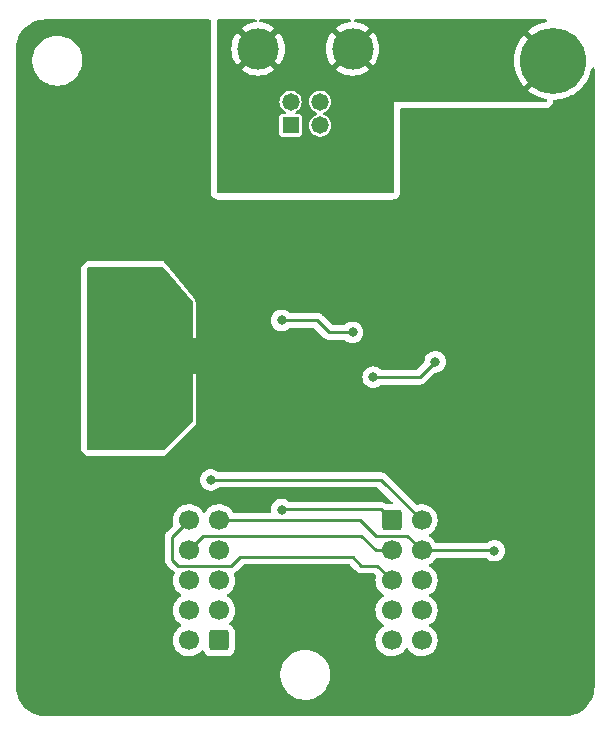
<source format=gbr>
%TF.GenerationSoftware,KiCad,Pcbnew,(6.0.7-1)-1*%
%TF.CreationDate,2022-12-04T14:42:11+01:00*%
%TF.ProjectId,pork-chop-control,706f726b-2d63-4686-9f70-2d636f6e7472,rev?*%
%TF.SameCoordinates,Original*%
%TF.FileFunction,Copper,L2,Bot*%
%TF.FilePolarity,Positive*%
%FSLAX46Y46*%
G04 Gerber Fmt 4.6, Leading zero omitted, Abs format (unit mm)*
G04 Created by KiCad (PCBNEW (6.0.7-1)-1) date 2022-12-04 14:42:11*
%MOMM*%
%LPD*%
G01*
G04 APERTURE LIST*
G04 Aperture macros list*
%AMRoundRect*
0 Rectangle with rounded corners*
0 $1 Rounding radius*
0 $2 $3 $4 $5 $6 $7 $8 $9 X,Y pos of 4 corners*
0 Add a 4 corners polygon primitive as box body*
4,1,4,$2,$3,$4,$5,$6,$7,$8,$9,$2,$3,0*
0 Add four circle primitives for the rounded corners*
1,1,$1+$1,$2,$3*
1,1,$1+$1,$4,$5*
1,1,$1+$1,$6,$7*
1,1,$1+$1,$8,$9*
0 Add four rect primitives between the rounded corners*
20,1,$1+$1,$2,$3,$4,$5,0*
20,1,$1+$1,$4,$5,$6,$7,0*
20,1,$1+$1,$6,$7,$8,$9,0*
20,1,$1+$1,$8,$9,$2,$3,0*%
G04 Aperture macros list end*
%TA.AperFunction,ComponentPad*%
%ADD10C,3.500000*%
%TD*%
%TA.AperFunction,ComponentPad*%
%ADD11C,1.478000*%
%TD*%
%TA.AperFunction,ComponentPad*%
%ADD12R,1.478000X1.478000*%
%TD*%
%TA.AperFunction,ComponentPad*%
%ADD13RoundRect,0.250000X0.600000X0.600000X-0.600000X0.600000X-0.600000X-0.600000X0.600000X-0.600000X0*%
%TD*%
%TA.AperFunction,ComponentPad*%
%ADD14C,1.700000*%
%TD*%
%TA.AperFunction,ComponentPad*%
%ADD15RoundRect,0.250000X-0.600000X-0.600000X0.600000X-0.600000X0.600000X0.600000X-0.600000X0.600000X0*%
%TD*%
%TA.AperFunction,ComponentPad*%
%ADD16C,5.600000*%
%TD*%
%TA.AperFunction,ViaPad*%
%ADD17C,0.800000*%
%TD*%
%TA.AperFunction,Conductor*%
%ADD18C,0.250000*%
%TD*%
G04 APERTURE END LIST*
D10*
%TO.P,J1,5,Shield*%
%TO.N,GNDPWR*%
X121000000Y-63000000D03*
X129000000Y-63000000D03*
D11*
%TO.P,J1,4,GND*%
%TO.N,Net-(C8-Pad2)*%
X123750000Y-67490000D03*
%TO.P,J1,3,D+*%
%TO.N,/D+*%
X126250000Y-67490000D03*
%TO.P,J1,2,D-*%
%TO.N,/D-*%
X126250000Y-69490000D03*
D12*
%TO.P,J1,1,VBUS*%
%TO.N,Net-(FB2-Pad2)*%
X123750000Y-69490000D03*
%TD*%
D13*
%TO.P,J2,1,Pin_1*%
%TO.N,C0*%
X117697500Y-113080000D03*
D14*
%TO.P,J2,2,Pin_2*%
%TO.N,C1*%
X115157500Y-113080000D03*
%TO.P,J2,3,Pin_3*%
%TO.N,C2*%
X117697500Y-110540000D03*
%TO.P,J2,4,Pin_4*%
%TO.N,C3*%
X115157500Y-110540000D03*
%TO.P,J2,5,Pin_5*%
%TO.N,C4*%
X117697500Y-108000000D03*
%TO.P,J2,6,Pin_6*%
%TO.N,R0*%
X115157500Y-108000000D03*
%TO.P,J2,7,Pin_7*%
%TO.N,R1*%
X117697500Y-105460000D03*
%TO.P,J2,8,Pin_8*%
%TO.N,R2*%
X115157500Y-105460000D03*
%TO.P,J2,9,Pin_9*%
%TO.N,R3*%
X117697500Y-102920000D03*
%TO.P,J2,10,Pin_10*%
%TO.N,R4*%
X115157500Y-102920000D03*
%TD*%
D15*
%TO.P,J3,1,Pin_1*%
%TO.N,R0*%
X132302500Y-102920000D03*
D14*
%TO.P,J3,2,Pin_2*%
%TO.N,R1*%
X134842500Y-102920000D03*
%TO.P,J3,3,Pin_3*%
%TO.N,R2*%
X132302500Y-105460000D03*
%TO.P,J3,4,Pin_4*%
%TO.N,R3*%
X134842500Y-105460000D03*
%TO.P,J3,5,Pin_5*%
%TO.N,R4*%
X132302500Y-108000000D03*
%TO.P,J3,6,Pin_6*%
%TO.N,C5*%
X134842500Y-108000000D03*
%TO.P,J3,7,Pin_7*%
%TO.N,C6*%
X132302500Y-110540000D03*
%TO.P,J3,8,Pin_8*%
%TO.N,C7*%
X134842500Y-110540000D03*
%TO.P,J3,9,Pin_9*%
%TO.N,C8*%
X132302500Y-113080000D03*
%TO.P,J3,10,Pin_10*%
%TO.N,C9*%
X134842500Y-113080000D03*
%TD*%
D16*
%TO.P,H1,1,1*%
%TO.N,GNDPWR*%
X146000000Y-64000000D03*
%TD*%
D17*
%TO.N,GND*%
X127000000Y-84500000D03*
X115000000Y-72500000D03*
X116000000Y-72500000D03*
X122500000Y-91000000D03*
X128500000Y-107250000D03*
X113000000Y-72500000D03*
X112000000Y-86000000D03*
X121000000Y-98000000D03*
X123500000Y-100500000D03*
X118000000Y-98000000D03*
X114000000Y-72500000D03*
X112000000Y-92000000D03*
X135000000Y-87000000D03*
X133500000Y-99000000D03*
%TO.N,+5V*%
X123000000Y-86000000D03*
X129000000Y-87000000D03*
%TO.N,R0*%
X123012299Y-102012299D03*
%TO.N,R1*%
X117000000Y-99500000D03*
%TO.N,R3*%
X141000000Y-105500000D03*
%TO.N,C8*%
X130750000Y-90800000D03*
X136000000Y-89500000D03*
%TD*%
D18*
%TO.N,+5V*%
X123000000Y-86000000D02*
X126000000Y-86000000D01*
X126000000Y-86000000D02*
X127000000Y-87000000D01*
X127000000Y-87000000D02*
X129000000Y-87000000D01*
%TO.N,R0*%
X123024598Y-102000000D02*
X123012299Y-102012299D01*
X131382500Y-102000000D02*
X123024598Y-102000000D01*
X132302500Y-102920000D02*
X131382500Y-102000000D01*
%TO.N,R1*%
X134842500Y-102920000D02*
X131422500Y-99500000D01*
X131422500Y-99500000D02*
X117000000Y-99500000D01*
%TO.N,R2*%
X130960000Y-105460000D02*
X129750000Y-104250000D01*
X132302500Y-105460000D02*
X130960000Y-105460000D01*
X129750000Y-104250000D02*
X116367500Y-104250000D01*
X116367500Y-104250000D02*
X115157500Y-105460000D01*
%TO.N,R3*%
X117697500Y-102920000D02*
X129670000Y-102920000D01*
X140960000Y-105460000D02*
X141000000Y-105500000D01*
X129670000Y-102920000D02*
X131000000Y-104250000D01*
X131000000Y-104250000D02*
X133632500Y-104250000D01*
X134842500Y-105460000D02*
X140960000Y-105460000D01*
X133632500Y-104250000D02*
X134842500Y-105460000D01*
%TO.N,R4*%
X131052500Y-106750000D02*
X132302500Y-108000000D01*
X114250000Y-106750000D02*
X118750000Y-106750000D01*
X113750000Y-104327500D02*
X113750000Y-106250000D01*
X129000000Y-106000000D02*
X129750000Y-106750000D01*
X115157500Y-102920000D02*
X113750000Y-104327500D01*
X119500000Y-106000000D02*
X129000000Y-106000000D01*
X129750000Y-106750000D02*
X131052500Y-106750000D01*
X118750000Y-106750000D02*
X119500000Y-106000000D01*
X113750000Y-106250000D02*
X114250000Y-106750000D01*
%TO.N,C8*%
X136000000Y-89500000D02*
X134700000Y-90800000D01*
X134700000Y-90800000D02*
X130750000Y-90800000D01*
%TD*%
%TA.AperFunction,Conductor*%
%TO.N,GNDPWR*%
G36*
X120837509Y-60520002D02*
G01*
X120884002Y-60573658D01*
X120894106Y-60643932D01*
X120864612Y-60708512D01*
X120804886Y-60746896D01*
X120777629Y-60751730D01*
X120708751Y-60756244D01*
X120700600Y-60757317D01*
X120418383Y-60813454D01*
X120410420Y-60815588D01*
X120137953Y-60908078D01*
X120130349Y-60911228D01*
X119872282Y-61038492D01*
X119865145Y-61042613D01*
X119625901Y-61202470D01*
X119619361Y-61207488D01*
X119604926Y-61220147D01*
X119596528Y-61233386D01*
X119602362Y-61243151D01*
X120987190Y-62627980D01*
X121001131Y-62635592D01*
X121002966Y-62635461D01*
X121009580Y-62631210D01*
X122395884Y-61244905D01*
X122403399Y-61231144D01*
X122396941Y-61221784D01*
X122380639Y-61207488D01*
X122374099Y-61202470D01*
X122134856Y-61042613D01*
X122127719Y-61038492D01*
X121869651Y-60911228D01*
X121862047Y-60908078D01*
X121589580Y-60815588D01*
X121581617Y-60813454D01*
X121299400Y-60757317D01*
X121291249Y-60756244D01*
X121222371Y-60751730D01*
X121155705Y-60727316D01*
X121112820Y-60670734D01*
X121107334Y-60599950D01*
X121140988Y-60537436D01*
X121203097Y-60503041D01*
X121230612Y-60500000D01*
X128769388Y-60500000D01*
X128837509Y-60520002D01*
X128884002Y-60573658D01*
X128894106Y-60643932D01*
X128864612Y-60708512D01*
X128804886Y-60746896D01*
X128777629Y-60751730D01*
X128708751Y-60756244D01*
X128700600Y-60757317D01*
X128418383Y-60813454D01*
X128410420Y-60815588D01*
X128137953Y-60908078D01*
X128130349Y-60911228D01*
X127872282Y-61038492D01*
X127865145Y-61042613D01*
X127625901Y-61202470D01*
X127619361Y-61207488D01*
X127604926Y-61220147D01*
X127596528Y-61233386D01*
X127602362Y-61243151D01*
X128987190Y-62627980D01*
X129001131Y-62635592D01*
X129002966Y-62635461D01*
X129009580Y-62631210D01*
X130395884Y-61244905D01*
X130403399Y-61231144D01*
X130396941Y-61221784D01*
X130380639Y-61207488D01*
X130374099Y-61202470D01*
X130134856Y-61042613D01*
X130127719Y-61038492D01*
X129869651Y-60911228D01*
X129862047Y-60908078D01*
X129589580Y-60815588D01*
X129581617Y-60813454D01*
X129299400Y-60757317D01*
X129291249Y-60756244D01*
X129222371Y-60751730D01*
X129155705Y-60727316D01*
X129112820Y-60670734D01*
X129107334Y-60599950D01*
X129140988Y-60537436D01*
X129203097Y-60503041D01*
X129230612Y-60500000D01*
X132500000Y-60500000D01*
X132500000Y-75124000D01*
X132479998Y-75192121D01*
X132426342Y-75238614D01*
X132374000Y-75250000D01*
X117626000Y-75250000D01*
X117557879Y-75229998D01*
X117511386Y-75176342D01*
X117500000Y-75124000D01*
X117500000Y-67490000D01*
X122805325Y-67490000D01*
X122825968Y-67686409D01*
X122886996Y-67874234D01*
X122985742Y-68045266D01*
X123117889Y-68192030D01*
X123277662Y-68308113D01*
X123283694Y-68310798D01*
X123289414Y-68314101D01*
X123288315Y-68316004D01*
X123334633Y-68355372D01*
X123355283Y-68423299D01*
X123335931Y-68491608D01*
X123282721Y-68538610D01*
X123229289Y-68550500D01*
X122991252Y-68550500D01*
X122985184Y-68551707D01*
X122944939Y-68559712D01*
X122944938Y-68559712D01*
X122932769Y-68562133D01*
X122866448Y-68606448D01*
X122822133Y-68672769D01*
X122810500Y-68731252D01*
X122810500Y-70248748D01*
X122822133Y-70307231D01*
X122866448Y-70373552D01*
X122932769Y-70417867D01*
X122944938Y-70420288D01*
X122944939Y-70420288D01*
X122984354Y-70428128D01*
X122991252Y-70429500D01*
X124508748Y-70429500D01*
X124515646Y-70428128D01*
X124555061Y-70420288D01*
X124555062Y-70420288D01*
X124567231Y-70417867D01*
X124633552Y-70373552D01*
X124677867Y-70307231D01*
X124689500Y-70248748D01*
X124689500Y-69490000D01*
X125305325Y-69490000D01*
X125325968Y-69686409D01*
X125386996Y-69874234D01*
X125485742Y-70045266D01*
X125617889Y-70192030D01*
X125687438Y-70242561D01*
X125759698Y-70295061D01*
X125777662Y-70308113D01*
X125783691Y-70310797D01*
X125783694Y-70310799D01*
X125952043Y-70385752D01*
X125952046Y-70385753D01*
X125958079Y-70388439D01*
X126000666Y-70397491D01*
X126144798Y-70428128D01*
X126144802Y-70428128D01*
X126151255Y-70429500D01*
X126348745Y-70429500D01*
X126355198Y-70428128D01*
X126355202Y-70428128D01*
X126499334Y-70397491D01*
X126541921Y-70388439D01*
X126547954Y-70385753D01*
X126547957Y-70385752D01*
X126716306Y-70310799D01*
X126716309Y-70310797D01*
X126722338Y-70308113D01*
X126740303Y-70295061D01*
X126812562Y-70242561D01*
X126882111Y-70192030D01*
X127014258Y-70045266D01*
X127113004Y-69874234D01*
X127174032Y-69686409D01*
X127194675Y-69490000D01*
X127174032Y-69293591D01*
X127113004Y-69105766D01*
X127014258Y-68934734D01*
X126882111Y-68787970D01*
X126781133Y-68714604D01*
X126727680Y-68675768D01*
X126727678Y-68675767D01*
X126722338Y-68671887D01*
X126716309Y-68669203D01*
X126716306Y-68669201D01*
X126572346Y-68605107D01*
X126518250Y-68559127D01*
X126497600Y-68491200D01*
X126516952Y-68422892D01*
X126572346Y-68374893D01*
X126716306Y-68310799D01*
X126716309Y-68310797D01*
X126722338Y-68308113D01*
X126882111Y-68192030D01*
X127014258Y-68045266D01*
X127113004Y-67874234D01*
X127174032Y-67686409D01*
X127194675Y-67490000D01*
X127174032Y-67293591D01*
X127113004Y-67105766D01*
X127014258Y-66934734D01*
X126882111Y-66787970D01*
X126722338Y-66671887D01*
X126716309Y-66669203D01*
X126716306Y-66669201D01*
X126547957Y-66594248D01*
X126547954Y-66594247D01*
X126541921Y-66591561D01*
X126499334Y-66582509D01*
X126355202Y-66551872D01*
X126355198Y-66551872D01*
X126348745Y-66550500D01*
X126151255Y-66550500D01*
X126144802Y-66551872D01*
X126144798Y-66551872D01*
X126054667Y-66571030D01*
X125958079Y-66591561D01*
X125952049Y-66594246D01*
X125952048Y-66594246D01*
X125783693Y-66669202D01*
X125783691Y-66669203D01*
X125777663Y-66671887D01*
X125617889Y-66787970D01*
X125485742Y-66934734D01*
X125386996Y-67105766D01*
X125325968Y-67293591D01*
X125305325Y-67490000D01*
X125325968Y-67686409D01*
X125386996Y-67874234D01*
X125485742Y-68045266D01*
X125617889Y-68192030D01*
X125777662Y-68308113D01*
X125883809Y-68355372D01*
X125927654Y-68374893D01*
X125981750Y-68420873D01*
X126002399Y-68488800D01*
X125983047Y-68557108D01*
X125927654Y-68605107D01*
X125783693Y-68669202D01*
X125783691Y-68669203D01*
X125777663Y-68671887D01*
X125772322Y-68675767D01*
X125772321Y-68675768D01*
X125720614Y-68713335D01*
X125617889Y-68787970D01*
X125485742Y-68934734D01*
X125386996Y-69105766D01*
X125325968Y-69293591D01*
X125305325Y-69490000D01*
X124689500Y-69490000D01*
X124689500Y-68731252D01*
X124677867Y-68672769D01*
X124633552Y-68606448D01*
X124567231Y-68562133D01*
X124555062Y-68559712D01*
X124555061Y-68559712D01*
X124514816Y-68551707D01*
X124508748Y-68550500D01*
X124270711Y-68550500D01*
X124202590Y-68530498D01*
X124156097Y-68476842D01*
X124145993Y-68406568D01*
X124175487Y-68341988D01*
X124211343Y-68315412D01*
X124210586Y-68314101D01*
X124216306Y-68310798D01*
X124222338Y-68308113D01*
X124382111Y-68192030D01*
X124514258Y-68045266D01*
X124613004Y-67874234D01*
X124674032Y-67686409D01*
X124694675Y-67490000D01*
X124674032Y-67293591D01*
X124613004Y-67105766D01*
X124514258Y-66934734D01*
X124382111Y-66787970D01*
X124222338Y-66671887D01*
X124216309Y-66669203D01*
X124216306Y-66669201D01*
X124047957Y-66594248D01*
X124047954Y-66594247D01*
X124041921Y-66591561D01*
X123999334Y-66582509D01*
X123855202Y-66551872D01*
X123855198Y-66551872D01*
X123848745Y-66550500D01*
X123651255Y-66550500D01*
X123644802Y-66551872D01*
X123644798Y-66551872D01*
X123554667Y-66571030D01*
X123458079Y-66591561D01*
X123452049Y-66594246D01*
X123452048Y-66594246D01*
X123283693Y-66669202D01*
X123283691Y-66669203D01*
X123277663Y-66671887D01*
X123117889Y-66787970D01*
X122985742Y-66934734D01*
X122886996Y-67105766D01*
X122825968Y-67293591D01*
X122805325Y-67490000D01*
X117500000Y-67490000D01*
X117500000Y-64768856D01*
X119596601Y-64768856D01*
X119603059Y-64778216D01*
X119619361Y-64792512D01*
X119625901Y-64797530D01*
X119865144Y-64957387D01*
X119872281Y-64961508D01*
X120130349Y-65088772D01*
X120137953Y-65091922D01*
X120410420Y-65184412D01*
X120418383Y-65186546D01*
X120700600Y-65242683D01*
X120708751Y-65243756D01*
X120995881Y-65262575D01*
X121004119Y-65262575D01*
X121291249Y-65243756D01*
X121299400Y-65242683D01*
X121581617Y-65186546D01*
X121589580Y-65184412D01*
X121862047Y-65091922D01*
X121869651Y-65088772D01*
X122127719Y-64961508D01*
X122134856Y-64957387D01*
X122374099Y-64797530D01*
X122380639Y-64792512D01*
X122395074Y-64779853D01*
X122402050Y-64768856D01*
X127596601Y-64768856D01*
X127603059Y-64778216D01*
X127619361Y-64792512D01*
X127625901Y-64797530D01*
X127865144Y-64957387D01*
X127872281Y-64961508D01*
X128130349Y-65088772D01*
X128137953Y-65091922D01*
X128410420Y-65184412D01*
X128418383Y-65186546D01*
X128700600Y-65242683D01*
X128708751Y-65243756D01*
X128995881Y-65262575D01*
X129004119Y-65262575D01*
X129291249Y-65243756D01*
X129299400Y-65242683D01*
X129581617Y-65186546D01*
X129589580Y-65184412D01*
X129862047Y-65091922D01*
X129869651Y-65088772D01*
X130127719Y-64961508D01*
X130134856Y-64957387D01*
X130374099Y-64797530D01*
X130380639Y-64792512D01*
X130395074Y-64779853D01*
X130403472Y-64766614D01*
X130397638Y-64756849D01*
X129012810Y-63372020D01*
X128998869Y-63364408D01*
X128997034Y-63364539D01*
X128990420Y-63368790D01*
X127604116Y-64755095D01*
X127596601Y-64768856D01*
X122402050Y-64768856D01*
X122403472Y-64766614D01*
X122397638Y-64756849D01*
X121012810Y-63372020D01*
X120998869Y-63364408D01*
X120997034Y-63364539D01*
X120990420Y-63368790D01*
X119604116Y-64755095D01*
X119596601Y-64768856D01*
X117500000Y-64768856D01*
X117500000Y-63004119D01*
X118737425Y-63004119D01*
X118756244Y-63291249D01*
X118757317Y-63299400D01*
X118813454Y-63581617D01*
X118815588Y-63589580D01*
X118908078Y-63862047D01*
X118911228Y-63869651D01*
X119038492Y-64127718D01*
X119042613Y-64134855D01*
X119202470Y-64374099D01*
X119207488Y-64380639D01*
X119220147Y-64395074D01*
X119233386Y-64403472D01*
X119243151Y-64397638D01*
X120627980Y-63012810D01*
X120634357Y-63001131D01*
X121364408Y-63001131D01*
X121364539Y-63002966D01*
X121368790Y-63009580D01*
X122755095Y-64395884D01*
X122768856Y-64403399D01*
X122778216Y-64396941D01*
X122792512Y-64380639D01*
X122797530Y-64374099D01*
X122957387Y-64134855D01*
X122961508Y-64127718D01*
X123088772Y-63869651D01*
X123091922Y-63862047D01*
X123184412Y-63589580D01*
X123186546Y-63581617D01*
X123242683Y-63299400D01*
X123243756Y-63291249D01*
X123262575Y-63004119D01*
X126737425Y-63004119D01*
X126756244Y-63291249D01*
X126757317Y-63299400D01*
X126813454Y-63581617D01*
X126815588Y-63589580D01*
X126908078Y-63862047D01*
X126911228Y-63869651D01*
X127038492Y-64127718D01*
X127042613Y-64134855D01*
X127202470Y-64374099D01*
X127207488Y-64380639D01*
X127220147Y-64395074D01*
X127233386Y-64403472D01*
X127243151Y-64397638D01*
X128627980Y-63012810D01*
X128634357Y-63001131D01*
X129364408Y-63001131D01*
X129364539Y-63002966D01*
X129368790Y-63009580D01*
X130755095Y-64395884D01*
X130768856Y-64403399D01*
X130778216Y-64396941D01*
X130792512Y-64380639D01*
X130797530Y-64374099D01*
X130957387Y-64134855D01*
X130961508Y-64127718D01*
X131088772Y-63869651D01*
X131091922Y-63862047D01*
X131184412Y-63589580D01*
X131186546Y-63581617D01*
X131242683Y-63299400D01*
X131243756Y-63291249D01*
X131262575Y-63004119D01*
X131262575Y-62995881D01*
X131243756Y-62708751D01*
X131242683Y-62700600D01*
X131186546Y-62418383D01*
X131184412Y-62410420D01*
X131091922Y-62137953D01*
X131088772Y-62130349D01*
X130961508Y-61872282D01*
X130957387Y-61865145D01*
X130797530Y-61625901D01*
X130792512Y-61619361D01*
X130779853Y-61604926D01*
X130766614Y-61596528D01*
X130756849Y-61602362D01*
X129372020Y-62987190D01*
X129364408Y-63001131D01*
X128634357Y-63001131D01*
X128635592Y-62998869D01*
X128635461Y-62997034D01*
X128631210Y-62990420D01*
X127244905Y-61604116D01*
X127231144Y-61596601D01*
X127221784Y-61603059D01*
X127207488Y-61619361D01*
X127202470Y-61625901D01*
X127042613Y-61865145D01*
X127038492Y-61872282D01*
X126911228Y-62130349D01*
X126908078Y-62137953D01*
X126815588Y-62410420D01*
X126813454Y-62418383D01*
X126757317Y-62700600D01*
X126756244Y-62708751D01*
X126737425Y-62995881D01*
X126737425Y-63004119D01*
X123262575Y-63004119D01*
X123262575Y-62995881D01*
X123243756Y-62708751D01*
X123242683Y-62700600D01*
X123186546Y-62418383D01*
X123184412Y-62410420D01*
X123091922Y-62137953D01*
X123088772Y-62130349D01*
X122961508Y-61872282D01*
X122957387Y-61865145D01*
X122797530Y-61625901D01*
X122792512Y-61619361D01*
X122779853Y-61604926D01*
X122766614Y-61596528D01*
X122756849Y-61602362D01*
X121372020Y-62987190D01*
X121364408Y-63001131D01*
X120634357Y-63001131D01*
X120635592Y-62998869D01*
X120635461Y-62997034D01*
X120631210Y-62990420D01*
X119244905Y-61604116D01*
X119231144Y-61596601D01*
X119221784Y-61603059D01*
X119207488Y-61619361D01*
X119202470Y-61625901D01*
X119042613Y-61865145D01*
X119038492Y-61872282D01*
X118911228Y-62130349D01*
X118908078Y-62137953D01*
X118815588Y-62410420D01*
X118813454Y-62418383D01*
X118757317Y-62700600D01*
X118756244Y-62708751D01*
X118737425Y-62995881D01*
X118737425Y-63004119D01*
X117500000Y-63004119D01*
X117500000Y-60626000D01*
X117520002Y-60557879D01*
X117573658Y-60511386D01*
X117626000Y-60500000D01*
X120769388Y-60500000D01*
X120837509Y-60520002D01*
G37*
%TD.AperFunction*%
%TD*%
%TA.AperFunction,Conductor*%
%TO.N,GNDPWR*%
G36*
X145422863Y-60520002D02*
G01*
X145469356Y-60573658D01*
X145479460Y-60643932D01*
X145449966Y-60708512D01*
X145390240Y-60746896D01*
X145381584Y-60749108D01*
X145123586Y-60805361D01*
X145117011Y-60807172D01*
X144783683Y-60918702D01*
X144777361Y-60921205D01*
X144458034Y-61068079D01*
X144451991Y-61071265D01*
X144150401Y-61251763D01*
X144144755Y-61255571D01*
X143864408Y-61467596D01*
X143859211Y-61471987D01*
X143857972Y-61473155D01*
X143849950Y-61486862D01*
X143849986Y-61487704D01*
X143855037Y-61495826D01*
X146250000Y-63890790D01*
X146250000Y-64109210D01*
X146000000Y-64359210D01*
X143856774Y-66502437D01*
X143849160Y-66516381D01*
X143849237Y-66517469D01*
X143851699Y-66521207D01*
X144125632Y-66731404D01*
X144131262Y-66735259D01*
X144431591Y-66917862D01*
X144437593Y-66921080D01*
X144755897Y-67070184D01*
X144762202Y-67072732D01*
X145094743Y-67186587D01*
X145101313Y-67188446D01*
X145379259Y-67251083D01*
X145441316Y-67285571D01*
X145474876Y-67348136D01*
X145469283Y-67418912D01*
X145426314Y-67475428D01*
X145359610Y-67499742D01*
X145351559Y-67500000D01*
X132500000Y-67500000D01*
X132500000Y-63991832D01*
X142687333Y-63991832D01*
X142705117Y-64342893D01*
X142705827Y-64349649D01*
X142761420Y-64696723D01*
X142762859Y-64703378D01*
X142855608Y-65042410D01*
X142857757Y-65048871D01*
X142986581Y-65375912D01*
X142989412Y-65382095D01*
X143152803Y-65693310D01*
X143156286Y-65699152D01*
X143352330Y-65990896D01*
X143356433Y-65996340D01*
X143476425Y-66138836D01*
X143489164Y-66147279D01*
X143499608Y-66141181D01*
X145627980Y-64012810D01*
X145635592Y-63998869D01*
X145635461Y-63997034D01*
X145631210Y-63990420D01*
X143500992Y-61860203D01*
X143487455Y-61852811D01*
X143477753Y-61859599D01*
X143370430Y-61985257D01*
X143366296Y-61990664D01*
X143168215Y-62281041D01*
X143164697Y-62286851D01*
X142999134Y-62596922D01*
X142996259Y-62603087D01*
X142865155Y-62929218D01*
X142862962Y-62935658D01*
X142767846Y-63274044D01*
X142766363Y-63280679D01*
X142708350Y-63627354D01*
X142707591Y-63634126D01*
X142687357Y-63985037D01*
X142687333Y-63991832D01*
X132500000Y-63991832D01*
X132500000Y-60500000D01*
X145354742Y-60500000D01*
X145422863Y-60520002D01*
G37*
%TD.AperFunction*%
%TD*%
%TA.AperFunction,Conductor*%
%TO.N,GND*%
G36*
X116928621Y-60528502D02*
G01*
X116975114Y-60582158D01*
X116986500Y-60634500D01*
X116986500Y-75124000D01*
X116998234Y-75233149D01*
X116998952Y-75236449D01*
X116998952Y-75236450D01*
X117005961Y-75268669D01*
X117009620Y-75285491D01*
X117044290Y-75389657D01*
X117123308Y-75512612D01*
X117169801Y-75566268D01*
X117173194Y-75569208D01*
X117273450Y-75656081D01*
X117273453Y-75656083D01*
X117280261Y-75661982D01*
X117413210Y-75722698D01*
X117436964Y-75729673D01*
X117477008Y-75741431D01*
X117477012Y-75741432D01*
X117481331Y-75742700D01*
X117485780Y-75743340D01*
X117485786Y-75743341D01*
X117621553Y-75762861D01*
X117621558Y-75762861D01*
X117626000Y-75763500D01*
X132374000Y-75763500D01*
X132377346Y-75763140D01*
X132377351Y-75763140D01*
X132479785Y-75752128D01*
X132479792Y-75752127D01*
X132483149Y-75751766D01*
X132486450Y-75751048D01*
X132532210Y-75741094D01*
X132532215Y-75741093D01*
X132535491Y-75740380D01*
X132639657Y-75705710D01*
X132762612Y-75626692D01*
X132816268Y-75580199D01*
X132871888Y-75516010D01*
X132906081Y-75476550D01*
X132906083Y-75476547D01*
X132911982Y-75469739D01*
X132972698Y-75336790D01*
X132992700Y-75268669D01*
X132997333Y-75236450D01*
X133012861Y-75128447D01*
X133012861Y-75128442D01*
X133013500Y-75124000D01*
X133013500Y-68139500D01*
X133033502Y-68071379D01*
X133087158Y-68024886D01*
X133139500Y-68013500D01*
X145351559Y-68013500D01*
X145368006Y-68013237D01*
X145368517Y-68013221D01*
X145368543Y-68013220D01*
X145373492Y-68013061D01*
X145376057Y-68012979D01*
X145380674Y-68012757D01*
X145387429Y-68012433D01*
X145387432Y-68012433D01*
X145392421Y-68012193D01*
X145535466Y-67982191D01*
X145539691Y-67980651D01*
X145597938Y-67959420D01*
X145597943Y-67959418D01*
X145602170Y-67957877D01*
X145606134Y-67955751D01*
X145606140Y-67955748D01*
X145666766Y-67923228D01*
X145730968Y-67888790D01*
X145745923Y-67874056D01*
X145831876Y-67789377D01*
X145831879Y-67789373D01*
X145835085Y-67786215D01*
X145878054Y-67729699D01*
X145949055Y-67601946D01*
X145981187Y-67459365D01*
X145983887Y-67425202D01*
X146009194Y-67358869D01*
X146066346Y-67316749D01*
X146110152Y-67309132D01*
X146161857Y-67309403D01*
X146165242Y-67309053D01*
X146165246Y-67309053D01*
X146514932Y-67272917D01*
X146514941Y-67272916D01*
X146518324Y-67272566D01*
X146521657Y-67271852D01*
X146521660Y-67271851D01*
X146694186Y-67234864D01*
X146868727Y-67197446D01*
X147208968Y-67084922D01*
X147535066Y-66936311D01*
X147629052Y-66880506D01*
X147840262Y-66755099D01*
X147840267Y-66755096D01*
X147843207Y-66753350D01*
X148129786Y-66538180D01*
X148391451Y-66293319D01*
X148625140Y-66021630D01*
X148772136Y-65807750D01*
X148826190Y-65729101D01*
X148826195Y-65729094D01*
X148828120Y-65726292D01*
X148829732Y-65723298D01*
X148829737Y-65723290D01*
X148996395Y-65413772D01*
X148998017Y-65410760D01*
X149132842Y-65078724D01*
X149231020Y-64734070D01*
X149241301Y-64673924D01*
X149272495Y-64610148D01*
X149333217Y-64573360D01*
X149404189Y-64575241D01*
X149462877Y-64615193D01*
X149490649Y-64680533D01*
X149491500Y-64695154D01*
X149491500Y-116950633D01*
X149490000Y-116970018D01*
X149487690Y-116984851D01*
X149487690Y-116984855D01*
X149486309Y-116993724D01*
X149488558Y-117010919D01*
X149489391Y-117034863D01*
X149473794Y-117292710D01*
X149471960Y-117307814D01*
X149420477Y-117588754D01*
X149416836Y-117603526D01*
X149356175Y-117798196D01*
X149331859Y-117876227D01*
X149326466Y-117890445D01*
X149234911Y-118093873D01*
X149209243Y-118150906D01*
X149202172Y-118164379D01*
X149054405Y-118408813D01*
X149045762Y-118421334D01*
X148869615Y-118646171D01*
X148859525Y-118657560D01*
X148657560Y-118859525D01*
X148646171Y-118869615D01*
X148421334Y-119045762D01*
X148408813Y-119054405D01*
X148164379Y-119202172D01*
X148150908Y-119209242D01*
X147890445Y-119326466D01*
X147876231Y-119331858D01*
X147603527Y-119416836D01*
X147588760Y-119420475D01*
X147379786Y-119458771D01*
X147307814Y-119471960D01*
X147292710Y-119473794D01*
X147042096Y-119488953D01*
X147015284Y-119487692D01*
X147015148Y-119487690D01*
X147006276Y-119486309D01*
X146997374Y-119487473D01*
X146997372Y-119487473D01*
X146982707Y-119489391D01*
X146974714Y-119490436D01*
X146958379Y-119491500D01*
X103049367Y-119491500D01*
X103029982Y-119490000D01*
X103015149Y-119487690D01*
X103015145Y-119487690D01*
X103006276Y-119486309D01*
X102989077Y-119488558D01*
X102965137Y-119489391D01*
X102707290Y-119473794D01*
X102692186Y-119471960D01*
X102620214Y-119458771D01*
X102411240Y-119420475D01*
X102396473Y-119416836D01*
X102123769Y-119331858D01*
X102109555Y-119326466D01*
X101849092Y-119209242D01*
X101835621Y-119202172D01*
X101591187Y-119054405D01*
X101578666Y-119045762D01*
X101353829Y-118869615D01*
X101342440Y-118859525D01*
X101140475Y-118657560D01*
X101130385Y-118646171D01*
X100954238Y-118421334D01*
X100945595Y-118408813D01*
X100797828Y-118164379D01*
X100790757Y-118150906D01*
X100765089Y-118093873D01*
X100673534Y-117890445D01*
X100668141Y-117876227D01*
X100643826Y-117798196D01*
X100583164Y-117603526D01*
X100579523Y-117588754D01*
X100528040Y-117307814D01*
X100526206Y-117292710D01*
X100511269Y-117045768D01*
X100512520Y-117022216D01*
X100512334Y-117022199D01*
X100512769Y-117017350D01*
X100513576Y-117012552D01*
X100513729Y-117000000D01*
X100509773Y-116972376D01*
X100508500Y-116954514D01*
X100508500Y-116132703D01*
X122890743Y-116132703D01*
X122928268Y-116417734D01*
X123004129Y-116695036D01*
X123005813Y-116698984D01*
X123114807Y-116954514D01*
X123116923Y-116959476D01*
X123264561Y-117206161D01*
X123444313Y-117430528D01*
X123461397Y-117446740D01*
X123611049Y-117588754D01*
X123652851Y-117628423D01*
X123886317Y-117796186D01*
X123890112Y-117798195D01*
X123890113Y-117798196D01*
X123911869Y-117809715D01*
X124140392Y-117930712D01*
X124410373Y-118029511D01*
X124691264Y-118090755D01*
X124719841Y-118093004D01*
X124914282Y-118108307D01*
X124914291Y-118108307D01*
X124916739Y-118108500D01*
X125072271Y-118108500D01*
X125074407Y-118108354D01*
X125074418Y-118108354D01*
X125282548Y-118094165D01*
X125282554Y-118094164D01*
X125286825Y-118093873D01*
X125291020Y-118093004D01*
X125291022Y-118093004D01*
X125427583Y-118064724D01*
X125568342Y-118035574D01*
X125839343Y-117939607D01*
X126094812Y-117807750D01*
X126098313Y-117805289D01*
X126098317Y-117805287D01*
X126269041Y-117685300D01*
X126330023Y-117642441D01*
X126540622Y-117446740D01*
X126722713Y-117224268D01*
X126872927Y-116979142D01*
X126988483Y-116715898D01*
X127067244Y-116439406D01*
X127107751Y-116154784D01*
X127107845Y-116136951D01*
X127109235Y-115871583D01*
X127109235Y-115871576D01*
X127109257Y-115867297D01*
X127071732Y-115582266D01*
X126995871Y-115304964D01*
X126883077Y-115040524D01*
X126735439Y-114793839D01*
X126555687Y-114569472D01*
X126365541Y-114389030D01*
X126350258Y-114374527D01*
X126350255Y-114374525D01*
X126347149Y-114371577D01*
X126113683Y-114203814D01*
X126091843Y-114192250D01*
X126018284Y-114153303D01*
X125859608Y-114069288D01*
X125589627Y-113970489D01*
X125308736Y-113909245D01*
X125277685Y-113906801D01*
X125085718Y-113891693D01*
X125085709Y-113891693D01*
X125083261Y-113891500D01*
X124927729Y-113891500D01*
X124925593Y-113891646D01*
X124925582Y-113891646D01*
X124717452Y-113905835D01*
X124717446Y-113905836D01*
X124713175Y-113906127D01*
X124708980Y-113906996D01*
X124708978Y-113906996D01*
X124572417Y-113935276D01*
X124431658Y-113964426D01*
X124160657Y-114060393D01*
X124156848Y-114062359D01*
X123970611Y-114158483D01*
X123905188Y-114192250D01*
X123901687Y-114194711D01*
X123901683Y-114194713D01*
X123898953Y-114196632D01*
X123669977Y-114357559D01*
X123459378Y-114553260D01*
X123277287Y-114775732D01*
X123127073Y-115020858D01*
X123011517Y-115284102D01*
X122932756Y-115560594D01*
X122892249Y-115845216D01*
X122892227Y-115849505D01*
X122892226Y-115849512D01*
X122890765Y-116128417D01*
X122890743Y-116132703D01*
X100508500Y-116132703D01*
X100508500Y-104307443D01*
X113111780Y-104307443D01*
X113112526Y-104315335D01*
X113115941Y-104351461D01*
X113116500Y-104363319D01*
X113116500Y-106171233D01*
X113115973Y-106182416D01*
X113114298Y-106189909D01*
X113114547Y-106197835D01*
X113114547Y-106197836D01*
X113116438Y-106257986D01*
X113116500Y-106261945D01*
X113116500Y-106289856D01*
X113116997Y-106293790D01*
X113116997Y-106293791D01*
X113117005Y-106293856D01*
X113117938Y-106305693D01*
X113119327Y-106349889D01*
X113124978Y-106369339D01*
X113128987Y-106388700D01*
X113131526Y-106408797D01*
X113134445Y-106416168D01*
X113134445Y-106416170D01*
X113147804Y-106449912D01*
X113151649Y-106461142D01*
X113163982Y-106503593D01*
X113168015Y-106510412D01*
X113168017Y-106510417D01*
X113174293Y-106521028D01*
X113182988Y-106538776D01*
X113190448Y-106557617D01*
X113195110Y-106564033D01*
X113195110Y-106564034D01*
X113216436Y-106593387D01*
X113222952Y-106603307D01*
X113245458Y-106641362D01*
X113259779Y-106655683D01*
X113272619Y-106670716D01*
X113284528Y-106687107D01*
X113316413Y-106713484D01*
X113318593Y-106715288D01*
X113327374Y-106723278D01*
X113746353Y-107142258D01*
X113753887Y-107150537D01*
X113758000Y-107157018D01*
X113779095Y-107176827D01*
X113807651Y-107203643D01*
X113810493Y-107206398D01*
X113830230Y-107226135D01*
X113833427Y-107228615D01*
X113842447Y-107236318D01*
X113874679Y-107266586D01*
X113881622Y-107270403D01*
X113885046Y-107272891D01*
X113928398Y-107329115D01*
X113934472Y-107399851D01*
X113925270Y-107427875D01*
X113878188Y-107529305D01*
X113818489Y-107744570D01*
X113794751Y-107966695D01*
X113795048Y-107971848D01*
X113795048Y-107971851D01*
X113800511Y-108066590D01*
X113807610Y-108189715D01*
X113808747Y-108194761D01*
X113808748Y-108194767D01*
X113828619Y-108282939D01*
X113856722Y-108407639D01*
X113940766Y-108614616D01*
X113991519Y-108697438D01*
X114054791Y-108800688D01*
X114057487Y-108805088D01*
X114203750Y-108973938D01*
X114375626Y-109116632D01*
X114446095Y-109157811D01*
X114448945Y-109159476D01*
X114497669Y-109211114D01*
X114510740Y-109280897D01*
X114484009Y-109346669D01*
X114443555Y-109380027D01*
X114431107Y-109386507D01*
X114426974Y-109389610D01*
X114426971Y-109389612D01*
X114402747Y-109407800D01*
X114252465Y-109520635D01*
X114098129Y-109682138D01*
X113972243Y-109866680D01*
X113878188Y-110069305D01*
X113818489Y-110284570D01*
X113794751Y-110506695D01*
X113795048Y-110511848D01*
X113795048Y-110511851D01*
X113800511Y-110606590D01*
X113807610Y-110729715D01*
X113808747Y-110734761D01*
X113808748Y-110734767D01*
X113828619Y-110822939D01*
X113856722Y-110947639D01*
X113940766Y-111154616D01*
X113991519Y-111237438D01*
X114054791Y-111340688D01*
X114057487Y-111345088D01*
X114203750Y-111513938D01*
X114375626Y-111656632D01*
X114398460Y-111669975D01*
X114448945Y-111699476D01*
X114497669Y-111751114D01*
X114510740Y-111820897D01*
X114484009Y-111886669D01*
X114443555Y-111920027D01*
X114431107Y-111926507D01*
X114426974Y-111929610D01*
X114426971Y-111929612D01*
X114256600Y-112057530D01*
X114252465Y-112060635D01*
X114098129Y-112222138D01*
X113972243Y-112406680D01*
X113878188Y-112609305D01*
X113818489Y-112824570D01*
X113794751Y-113046695D01*
X113795048Y-113051848D01*
X113795048Y-113051851D01*
X113800511Y-113146590D01*
X113807610Y-113269715D01*
X113808747Y-113274761D01*
X113808748Y-113274767D01*
X113828619Y-113362939D01*
X113856722Y-113487639D01*
X113940766Y-113694616D01*
X113991519Y-113777438D01*
X114054791Y-113880688D01*
X114057487Y-113885088D01*
X114203750Y-114053938D01*
X114375626Y-114196632D01*
X114568500Y-114309338D01*
X114777192Y-114389030D01*
X114782260Y-114390061D01*
X114782263Y-114390062D01*
X114889517Y-114411883D01*
X114996097Y-114433567D01*
X115001272Y-114433757D01*
X115001274Y-114433757D01*
X115214173Y-114441564D01*
X115214177Y-114441564D01*
X115219337Y-114441753D01*
X115224457Y-114441097D01*
X115224459Y-114441097D01*
X115435788Y-114414025D01*
X115435789Y-114414025D01*
X115440916Y-114413368D01*
X115445866Y-114411883D01*
X115649929Y-114350661D01*
X115649934Y-114350659D01*
X115654884Y-114349174D01*
X115855494Y-114250896D01*
X116037360Y-114121173D01*
X116195596Y-113963489D01*
X116196171Y-113964066D01*
X116251891Y-113927562D01*
X116322885Y-113926939D01*
X116382946Y-113964796D01*
X116402551Y-113994691D01*
X116403633Y-113997000D01*
X116405950Y-114003946D01*
X116499022Y-114154348D01*
X116624197Y-114279305D01*
X116630427Y-114283145D01*
X116630428Y-114283146D01*
X116767590Y-114367694D01*
X116774762Y-114372115D01*
X116828871Y-114390062D01*
X116936111Y-114425632D01*
X116936113Y-114425632D01*
X116942639Y-114427797D01*
X116949475Y-114428497D01*
X116949478Y-114428498D01*
X116988872Y-114432534D01*
X117047100Y-114438500D01*
X118347900Y-114438500D01*
X118351146Y-114438163D01*
X118351150Y-114438163D01*
X118446808Y-114428238D01*
X118446812Y-114428237D01*
X118453666Y-114427526D01*
X118460202Y-114425345D01*
X118460204Y-114425345D01*
X118612523Y-114374527D01*
X118621446Y-114371550D01*
X118771848Y-114278478D01*
X118896805Y-114153303D01*
X118954958Y-114058962D01*
X118985775Y-114008968D01*
X118985776Y-114008966D01*
X118989615Y-114002738D01*
X119045297Y-113834861D01*
X119056000Y-113730400D01*
X119056000Y-112429600D01*
X119055663Y-112426350D01*
X119045738Y-112330692D01*
X119045737Y-112330688D01*
X119045026Y-112323834D01*
X119011098Y-112222138D01*
X118991368Y-112163002D01*
X118989050Y-112156054D01*
X118895978Y-112005652D01*
X118770803Y-111880695D01*
X118755666Y-111871364D01*
X118654726Y-111809144D01*
X118620238Y-111787885D01*
X118613285Y-111785579D01*
X118612404Y-111785168D01*
X118559118Y-111738252D01*
X118539656Y-111669975D01*
X118560196Y-111602015D01*
X118578029Y-111581844D01*
X118577360Y-111581173D01*
X118731935Y-111427137D01*
X118735596Y-111423489D01*
X118795094Y-111340689D01*
X118862935Y-111246277D01*
X118865953Y-111242077D01*
X118886820Y-111199857D01*
X118962636Y-111046453D01*
X118962637Y-111046451D01*
X118964930Y-111041811D01*
X119029870Y-110828069D01*
X119059029Y-110606590D01*
X119060656Y-110540000D01*
X119042352Y-110317361D01*
X118987931Y-110100702D01*
X118898854Y-109895840D01*
X118777514Y-109708277D01*
X118627170Y-109543051D01*
X118623119Y-109539852D01*
X118623115Y-109539848D01*
X118455914Y-109407800D01*
X118455910Y-109407798D01*
X118451859Y-109404598D01*
X118410553Y-109381796D01*
X118360584Y-109331364D01*
X118345812Y-109261921D01*
X118370928Y-109195516D01*
X118398280Y-109168909D01*
X118442103Y-109137650D01*
X118577360Y-109041173D01*
X118735596Y-108883489D01*
X118795094Y-108800689D01*
X118862935Y-108706277D01*
X118865953Y-108702077D01*
X118886820Y-108659857D01*
X118962636Y-108506453D01*
X118962637Y-108506451D01*
X118964930Y-108501811D01*
X119029870Y-108288069D01*
X119059029Y-108066590D01*
X119060656Y-108000000D01*
X119042352Y-107777361D01*
X118987931Y-107560702D01*
X118985869Y-107555959D01*
X118985867Y-107555954D01*
X118957795Y-107491395D01*
X118948974Y-107420948D01*
X118979640Y-107356916D01*
X119009203Y-107332700D01*
X119021035Y-107325702D01*
X119038776Y-107317012D01*
X119057617Y-107309552D01*
X119077987Y-107294753D01*
X119093387Y-107283564D01*
X119103307Y-107277048D01*
X119134535Y-107258580D01*
X119134538Y-107258578D01*
X119141362Y-107254542D01*
X119155683Y-107240221D01*
X119170717Y-107227380D01*
X119172432Y-107226134D01*
X119187107Y-107215472D01*
X119215298Y-107181395D01*
X119223288Y-107172616D01*
X119725499Y-106670405D01*
X119787811Y-106636379D01*
X119814594Y-106633500D01*
X128685406Y-106633500D01*
X128753527Y-106653502D01*
X128774501Y-106670405D01*
X129246343Y-107142247D01*
X129253887Y-107150537D01*
X129258000Y-107157018D01*
X129263777Y-107162443D01*
X129307667Y-107203658D01*
X129310494Y-107206398D01*
X129330230Y-107226134D01*
X129333420Y-107228608D01*
X129342447Y-107236318D01*
X129374679Y-107266586D01*
X129381628Y-107270406D01*
X129392432Y-107276346D01*
X129408956Y-107287199D01*
X129424959Y-107299613D01*
X129465543Y-107317176D01*
X129476173Y-107322383D01*
X129514940Y-107343695D01*
X129522617Y-107345666D01*
X129522622Y-107345668D01*
X129534558Y-107348732D01*
X129553266Y-107355137D01*
X129571855Y-107363181D01*
X129579683Y-107364421D01*
X129579690Y-107364423D01*
X129615524Y-107370099D01*
X129627144Y-107372505D01*
X129662289Y-107381528D01*
X129669970Y-107383500D01*
X129690224Y-107383500D01*
X129709934Y-107385051D01*
X129729943Y-107388220D01*
X129737835Y-107387474D01*
X129773961Y-107384059D01*
X129785819Y-107383500D01*
X130737906Y-107383500D01*
X130806027Y-107403502D01*
X130827001Y-107420405D01*
X130952278Y-107545682D01*
X130986304Y-107607994D01*
X130984600Y-107668448D01*
X130963489Y-107744570D01*
X130962941Y-107749700D01*
X130962940Y-107749704D01*
X130959433Y-107782522D01*
X130939751Y-107966695D01*
X130940048Y-107971848D01*
X130940048Y-107971851D01*
X130945511Y-108066590D01*
X130952610Y-108189715D01*
X130953747Y-108194761D01*
X130953748Y-108194767D01*
X130973619Y-108282939D01*
X131001722Y-108407639D01*
X131085766Y-108614616D01*
X131136519Y-108697438D01*
X131199791Y-108800688D01*
X131202487Y-108805088D01*
X131348750Y-108973938D01*
X131520626Y-109116632D01*
X131591095Y-109157811D01*
X131593945Y-109159476D01*
X131642669Y-109211114D01*
X131655740Y-109280897D01*
X131629009Y-109346669D01*
X131588555Y-109380027D01*
X131576107Y-109386507D01*
X131571974Y-109389610D01*
X131571971Y-109389612D01*
X131547747Y-109407800D01*
X131397465Y-109520635D01*
X131243129Y-109682138D01*
X131117243Y-109866680D01*
X131023188Y-110069305D01*
X130963489Y-110284570D01*
X130939751Y-110506695D01*
X130940048Y-110511848D01*
X130940048Y-110511851D01*
X130945511Y-110606590D01*
X130952610Y-110729715D01*
X130953747Y-110734761D01*
X130953748Y-110734767D01*
X130973619Y-110822939D01*
X131001722Y-110947639D01*
X131085766Y-111154616D01*
X131136519Y-111237438D01*
X131199791Y-111340688D01*
X131202487Y-111345088D01*
X131348750Y-111513938D01*
X131520626Y-111656632D01*
X131543460Y-111669975D01*
X131593945Y-111699476D01*
X131642669Y-111751114D01*
X131655740Y-111820897D01*
X131629009Y-111886669D01*
X131588555Y-111920027D01*
X131576107Y-111926507D01*
X131571974Y-111929610D01*
X131571971Y-111929612D01*
X131401600Y-112057530D01*
X131397465Y-112060635D01*
X131243129Y-112222138D01*
X131117243Y-112406680D01*
X131023188Y-112609305D01*
X130963489Y-112824570D01*
X130939751Y-113046695D01*
X130940048Y-113051848D01*
X130940048Y-113051851D01*
X130945511Y-113146590D01*
X130952610Y-113269715D01*
X130953747Y-113274761D01*
X130953748Y-113274767D01*
X130973619Y-113362939D01*
X131001722Y-113487639D01*
X131085766Y-113694616D01*
X131136519Y-113777438D01*
X131199791Y-113880688D01*
X131202487Y-113885088D01*
X131348750Y-114053938D01*
X131520626Y-114196632D01*
X131713500Y-114309338D01*
X131922192Y-114389030D01*
X131927260Y-114390061D01*
X131927263Y-114390062D01*
X132034517Y-114411883D01*
X132141097Y-114433567D01*
X132146272Y-114433757D01*
X132146274Y-114433757D01*
X132359173Y-114441564D01*
X132359177Y-114441564D01*
X132364337Y-114441753D01*
X132369457Y-114441097D01*
X132369459Y-114441097D01*
X132580788Y-114414025D01*
X132580789Y-114414025D01*
X132585916Y-114413368D01*
X132590866Y-114411883D01*
X132794929Y-114350661D01*
X132794934Y-114350659D01*
X132799884Y-114349174D01*
X133000494Y-114250896D01*
X133182360Y-114121173D01*
X133340596Y-113963489D01*
X133379816Y-113908909D01*
X133470953Y-113782077D01*
X133472276Y-113783028D01*
X133519145Y-113739857D01*
X133589080Y-113727625D01*
X133654526Y-113755144D01*
X133682375Y-113786994D01*
X133742487Y-113885088D01*
X133888750Y-114053938D01*
X134060626Y-114196632D01*
X134253500Y-114309338D01*
X134462192Y-114389030D01*
X134467260Y-114390061D01*
X134467263Y-114390062D01*
X134574517Y-114411883D01*
X134681097Y-114433567D01*
X134686272Y-114433757D01*
X134686274Y-114433757D01*
X134899173Y-114441564D01*
X134899177Y-114441564D01*
X134904337Y-114441753D01*
X134909457Y-114441097D01*
X134909459Y-114441097D01*
X135120788Y-114414025D01*
X135120789Y-114414025D01*
X135125916Y-114413368D01*
X135130866Y-114411883D01*
X135334929Y-114350661D01*
X135334934Y-114350659D01*
X135339884Y-114349174D01*
X135540494Y-114250896D01*
X135722360Y-114121173D01*
X135880596Y-113963489D01*
X135919816Y-113908909D01*
X136007935Y-113786277D01*
X136010953Y-113782077D01*
X136031820Y-113739857D01*
X136107636Y-113586453D01*
X136107637Y-113586451D01*
X136109930Y-113581811D01*
X136174870Y-113368069D01*
X136204029Y-113146590D01*
X136205656Y-113080000D01*
X136187352Y-112857361D01*
X136132931Y-112640702D01*
X136043854Y-112435840D01*
X135971394Y-112323834D01*
X135925322Y-112252617D01*
X135925320Y-112252614D01*
X135922514Y-112248277D01*
X135772170Y-112083051D01*
X135768119Y-112079852D01*
X135768115Y-112079848D01*
X135600914Y-111947800D01*
X135600910Y-111947798D01*
X135596859Y-111944598D01*
X135555553Y-111921796D01*
X135505584Y-111871364D01*
X135490812Y-111801921D01*
X135515928Y-111735516D01*
X135543280Y-111708909D01*
X135597863Y-111669975D01*
X135722360Y-111581173D01*
X135880596Y-111423489D01*
X135940094Y-111340689D01*
X136007935Y-111246277D01*
X136010953Y-111242077D01*
X136031820Y-111199857D01*
X136107636Y-111046453D01*
X136107637Y-111046451D01*
X136109930Y-111041811D01*
X136174870Y-110828069D01*
X136204029Y-110606590D01*
X136205656Y-110540000D01*
X136187352Y-110317361D01*
X136132931Y-110100702D01*
X136043854Y-109895840D01*
X135922514Y-109708277D01*
X135772170Y-109543051D01*
X135768119Y-109539852D01*
X135768115Y-109539848D01*
X135600914Y-109407800D01*
X135600910Y-109407798D01*
X135596859Y-109404598D01*
X135555553Y-109381796D01*
X135505584Y-109331364D01*
X135490812Y-109261921D01*
X135515928Y-109195516D01*
X135543280Y-109168909D01*
X135587103Y-109137650D01*
X135722360Y-109041173D01*
X135880596Y-108883489D01*
X135940094Y-108800689D01*
X136007935Y-108706277D01*
X136010953Y-108702077D01*
X136031820Y-108659857D01*
X136107636Y-108506453D01*
X136107637Y-108506451D01*
X136109930Y-108501811D01*
X136174870Y-108288069D01*
X136204029Y-108066590D01*
X136205656Y-108000000D01*
X136187352Y-107777361D01*
X136132931Y-107560702D01*
X136043854Y-107355840D01*
X135922514Y-107168277D01*
X135772170Y-107003051D01*
X135768119Y-106999852D01*
X135768115Y-106999848D01*
X135600914Y-106867800D01*
X135600910Y-106867798D01*
X135596859Y-106864598D01*
X135555553Y-106841796D01*
X135505584Y-106791364D01*
X135490812Y-106721921D01*
X135515928Y-106655516D01*
X135543280Y-106628909D01*
X135593080Y-106593387D01*
X135722360Y-106501173D01*
X135773801Y-106449912D01*
X135845100Y-106378861D01*
X135880596Y-106343489D01*
X135916308Y-106293791D01*
X136007935Y-106166277D01*
X136010953Y-106162077D01*
X136013246Y-106157437D01*
X136014946Y-106154608D01*
X136067174Y-106106518D01*
X136122951Y-106093500D01*
X140255784Y-106093500D01*
X140323905Y-106113502D01*
X140349420Y-106135189D01*
X140388747Y-106178866D01*
X140394565Y-106183093D01*
X140512792Y-106268990D01*
X140543248Y-106291118D01*
X140549276Y-106293802D01*
X140549278Y-106293803D01*
X140669069Y-106347137D01*
X140717712Y-106368794D01*
X140811113Y-106388647D01*
X140898056Y-106407128D01*
X140898061Y-106407128D01*
X140904513Y-106408500D01*
X141095487Y-106408500D01*
X141101939Y-106407128D01*
X141101944Y-106407128D01*
X141188887Y-106388647D01*
X141282288Y-106368794D01*
X141330931Y-106347137D01*
X141450722Y-106293803D01*
X141450724Y-106293802D01*
X141456752Y-106291118D01*
X141487209Y-106268990D01*
X141585143Y-106197836D01*
X141611253Y-106178866D01*
X141650580Y-106135189D01*
X141734621Y-106041852D01*
X141734622Y-106041851D01*
X141739040Y-106036944D01*
X141834527Y-105871556D01*
X141893542Y-105689928D01*
X141902180Y-105607747D01*
X141912814Y-105506565D01*
X141913504Y-105500000D01*
X141904231Y-105411772D01*
X141894232Y-105316635D01*
X141894232Y-105316633D01*
X141893542Y-105310072D01*
X141834527Y-105128444D01*
X141739040Y-104963056D01*
X141685418Y-104903502D01*
X141615675Y-104826045D01*
X141615674Y-104826044D01*
X141611253Y-104821134D01*
X141456752Y-104708882D01*
X141450724Y-104706198D01*
X141450722Y-104706197D01*
X141288319Y-104633891D01*
X141288318Y-104633891D01*
X141282288Y-104631206D01*
X141188888Y-104611353D01*
X141101944Y-104592872D01*
X141101939Y-104592872D01*
X141095487Y-104591500D01*
X140904513Y-104591500D01*
X140898061Y-104592872D01*
X140898056Y-104592872D01*
X140811112Y-104611353D01*
X140717712Y-104631206D01*
X140711682Y-104633891D01*
X140711681Y-104633891D01*
X140549278Y-104706197D01*
X140549276Y-104706198D01*
X140543248Y-104708882D01*
X140537907Y-104712762D01*
X140537906Y-104712763D01*
X140414482Y-104802436D01*
X140347614Y-104826295D01*
X140340421Y-104826500D01*
X136119305Y-104826500D01*
X136051184Y-104806498D01*
X136013513Y-104768940D01*
X135925322Y-104632617D01*
X135925320Y-104632614D01*
X135922514Y-104628277D01*
X135772170Y-104463051D01*
X135768119Y-104459852D01*
X135768115Y-104459848D01*
X135600914Y-104327800D01*
X135600910Y-104327798D01*
X135596859Y-104324598D01*
X135555553Y-104301796D01*
X135505584Y-104251364D01*
X135490812Y-104181921D01*
X135515928Y-104115516D01*
X135543280Y-104088909D01*
X135654282Y-104009732D01*
X135722360Y-103961173D01*
X135731386Y-103952179D01*
X135876935Y-103807137D01*
X135880596Y-103803489D01*
X136010953Y-103622077D01*
X136013710Y-103616500D01*
X136107636Y-103426453D01*
X136107637Y-103426451D01*
X136109930Y-103421811D01*
X136174870Y-103208069D01*
X136204029Y-102986590D01*
X136205656Y-102920000D01*
X136187352Y-102697361D01*
X136132931Y-102480702D01*
X136043854Y-102275840D01*
X135922514Y-102088277D01*
X135772170Y-101923051D01*
X135768119Y-101919852D01*
X135768115Y-101919848D01*
X135600914Y-101787800D01*
X135600910Y-101787798D01*
X135596859Y-101784598D01*
X135401289Y-101676638D01*
X135396420Y-101674914D01*
X135396416Y-101674912D01*
X135195587Y-101603795D01*
X135195583Y-101603794D01*
X135190712Y-101602069D01*
X135185619Y-101601162D01*
X135185616Y-101601161D01*
X134975873Y-101563800D01*
X134975867Y-101563799D01*
X134970784Y-101562894D01*
X134896952Y-101561992D01*
X134752581Y-101560228D01*
X134752579Y-101560228D01*
X134747411Y-101560165D01*
X134526591Y-101593955D01*
X134514032Y-101598060D01*
X134443068Y-101600210D01*
X134385794Y-101567389D01*
X131926152Y-99107747D01*
X131918612Y-99099461D01*
X131914500Y-99092982D01*
X131864848Y-99046356D01*
X131862007Y-99043602D01*
X131842270Y-99023865D01*
X131839073Y-99021385D01*
X131830051Y-99013680D01*
X131803600Y-98988841D01*
X131797821Y-98983414D01*
X131790875Y-98979595D01*
X131790872Y-98979593D01*
X131780066Y-98973652D01*
X131763547Y-98962801D01*
X131757548Y-98958148D01*
X131747541Y-98950386D01*
X131740272Y-98947241D01*
X131740268Y-98947238D01*
X131706963Y-98932826D01*
X131696313Y-98927609D01*
X131657560Y-98906305D01*
X131637937Y-98901267D01*
X131619234Y-98894863D01*
X131607920Y-98889967D01*
X131607919Y-98889967D01*
X131600645Y-98886819D01*
X131592822Y-98885580D01*
X131592812Y-98885577D01*
X131556976Y-98879901D01*
X131545356Y-98877495D01*
X131510211Y-98868472D01*
X131510210Y-98868472D01*
X131502530Y-98866500D01*
X131482276Y-98866500D01*
X131462565Y-98864949D01*
X131450386Y-98863020D01*
X131442557Y-98861780D01*
X131434665Y-98862526D01*
X131398539Y-98865941D01*
X131386681Y-98866500D01*
X117708200Y-98866500D01*
X117640079Y-98846498D01*
X117620853Y-98830157D01*
X117620580Y-98830460D01*
X117615668Y-98826037D01*
X117611253Y-98821134D01*
X117456752Y-98708882D01*
X117450724Y-98706198D01*
X117450722Y-98706197D01*
X117288319Y-98633891D01*
X117288318Y-98633891D01*
X117282288Y-98631206D01*
X117188888Y-98611353D01*
X117101944Y-98592872D01*
X117101939Y-98592872D01*
X117095487Y-98591500D01*
X116904513Y-98591500D01*
X116898061Y-98592872D01*
X116898056Y-98592872D01*
X116811112Y-98611353D01*
X116717712Y-98631206D01*
X116711682Y-98633891D01*
X116711681Y-98633891D01*
X116549278Y-98706197D01*
X116549276Y-98706198D01*
X116543248Y-98708882D01*
X116388747Y-98821134D01*
X116384326Y-98826044D01*
X116384325Y-98826045D01*
X116275203Y-98947238D01*
X116260960Y-98963056D01*
X116165473Y-99128444D01*
X116106458Y-99310072D01*
X116086496Y-99500000D01*
X116106458Y-99689928D01*
X116165473Y-99871556D01*
X116260960Y-100036944D01*
X116388747Y-100178866D01*
X116543248Y-100291118D01*
X116549276Y-100293802D01*
X116549278Y-100293803D01*
X116711681Y-100366109D01*
X116717712Y-100368794D01*
X116811113Y-100388647D01*
X116898056Y-100407128D01*
X116898061Y-100407128D01*
X116904513Y-100408500D01*
X117095487Y-100408500D01*
X117101939Y-100407128D01*
X117101944Y-100407128D01*
X117188887Y-100388647D01*
X117282288Y-100368794D01*
X117288319Y-100366109D01*
X117450722Y-100293803D01*
X117450724Y-100293802D01*
X117456752Y-100291118D01*
X117611253Y-100178866D01*
X117615668Y-100173963D01*
X117620580Y-100169540D01*
X117621705Y-100170789D01*
X117675014Y-100137949D01*
X117708200Y-100133500D01*
X131107906Y-100133500D01*
X131176027Y-100153502D01*
X131197001Y-100170405D01*
X132373001Y-101346405D01*
X132407027Y-101408717D01*
X132401962Y-101479532D01*
X132359415Y-101536368D01*
X132292895Y-101561179D01*
X132283906Y-101561500D01*
X131892095Y-101561500D01*
X131823974Y-101541498D01*
X131808362Y-101528916D01*
X131808039Y-101529283D01*
X131805074Y-101526669D01*
X131802270Y-101523865D01*
X131799073Y-101521385D01*
X131790051Y-101513680D01*
X131763600Y-101488841D01*
X131757821Y-101483414D01*
X131750875Y-101479595D01*
X131750872Y-101479593D01*
X131740066Y-101473652D01*
X131723547Y-101462801D01*
X131723083Y-101462441D01*
X131707541Y-101450386D01*
X131700272Y-101447241D01*
X131700268Y-101447238D01*
X131666963Y-101432826D01*
X131656313Y-101427609D01*
X131617560Y-101406305D01*
X131597937Y-101401267D01*
X131579234Y-101394863D01*
X131567920Y-101389967D01*
X131567919Y-101389967D01*
X131560645Y-101386819D01*
X131552822Y-101385580D01*
X131552812Y-101385577D01*
X131516976Y-101379901D01*
X131505356Y-101377495D01*
X131470211Y-101368472D01*
X131470210Y-101368472D01*
X131462530Y-101366500D01*
X131442276Y-101366500D01*
X131422565Y-101364949D01*
X131410386Y-101363020D01*
X131402557Y-101361780D01*
X131394665Y-101362526D01*
X131358539Y-101365941D01*
X131346681Y-101366500D01*
X123707612Y-101366500D01*
X123639491Y-101346498D01*
X123626131Y-101336297D01*
X123623552Y-101333433D01*
X123469051Y-101221181D01*
X123463023Y-101218497D01*
X123463021Y-101218496D01*
X123300618Y-101146190D01*
X123300617Y-101146190D01*
X123294587Y-101143505D01*
X123201187Y-101123652D01*
X123114243Y-101105171D01*
X123114238Y-101105171D01*
X123107786Y-101103799D01*
X122916812Y-101103799D01*
X122910360Y-101105171D01*
X122910355Y-101105171D01*
X122823411Y-101123652D01*
X122730011Y-101143505D01*
X122723981Y-101146190D01*
X122723980Y-101146190D01*
X122561577Y-101218496D01*
X122561575Y-101218497D01*
X122555547Y-101221181D01*
X122401046Y-101333433D01*
X122396625Y-101338343D01*
X122396624Y-101338344D01*
X122284563Y-101462801D01*
X122273259Y-101475355D01*
X122177772Y-101640743D01*
X122118757Y-101822371D01*
X122118067Y-101828932D01*
X122118067Y-101828934D01*
X122110531Y-101900635D01*
X122098795Y-102012299D01*
X122099485Y-102018864D01*
X122112987Y-102147330D01*
X122100215Y-102217168D01*
X122051713Y-102269015D01*
X121987677Y-102286500D01*
X118974305Y-102286500D01*
X118906184Y-102266498D01*
X118868513Y-102228940D01*
X118780322Y-102092617D01*
X118780320Y-102092614D01*
X118777514Y-102088277D01*
X118627170Y-101923051D01*
X118623119Y-101919852D01*
X118623115Y-101919848D01*
X118455914Y-101787800D01*
X118455910Y-101787798D01*
X118451859Y-101784598D01*
X118256289Y-101676638D01*
X118251420Y-101674914D01*
X118251416Y-101674912D01*
X118050587Y-101603795D01*
X118050583Y-101603794D01*
X118045712Y-101602069D01*
X118040619Y-101601162D01*
X118040616Y-101601161D01*
X117830873Y-101563800D01*
X117830867Y-101563799D01*
X117825784Y-101562894D01*
X117751952Y-101561992D01*
X117607581Y-101560228D01*
X117607579Y-101560228D01*
X117602411Y-101560165D01*
X117381591Y-101593955D01*
X117169256Y-101663357D01*
X116971107Y-101766507D01*
X116966974Y-101769610D01*
X116966971Y-101769612D01*
X116796600Y-101897530D01*
X116792465Y-101900635D01*
X116638129Y-102062138D01*
X116530701Y-102219621D01*
X116475793Y-102264621D01*
X116405268Y-102272792D01*
X116341521Y-102241538D01*
X116320824Y-102217054D01*
X116240322Y-102092617D01*
X116240320Y-102092614D01*
X116237514Y-102088277D01*
X116087170Y-101923051D01*
X116083119Y-101919852D01*
X116083115Y-101919848D01*
X115915914Y-101787800D01*
X115915910Y-101787798D01*
X115911859Y-101784598D01*
X115716289Y-101676638D01*
X115711420Y-101674914D01*
X115711416Y-101674912D01*
X115510587Y-101603795D01*
X115510583Y-101603794D01*
X115505712Y-101602069D01*
X115500619Y-101601162D01*
X115500616Y-101601161D01*
X115290873Y-101563800D01*
X115290867Y-101563799D01*
X115285784Y-101562894D01*
X115211952Y-101561992D01*
X115067581Y-101560228D01*
X115067579Y-101560228D01*
X115062411Y-101560165D01*
X114841591Y-101593955D01*
X114629256Y-101663357D01*
X114431107Y-101766507D01*
X114426974Y-101769610D01*
X114426971Y-101769612D01*
X114256600Y-101897530D01*
X114252465Y-101900635D01*
X114098129Y-102062138D01*
X113972243Y-102246680D01*
X113878188Y-102449305D01*
X113818489Y-102664570D01*
X113794751Y-102886695D01*
X113795048Y-102891848D01*
X113795048Y-102891851D01*
X113804860Y-103062026D01*
X113807610Y-103109715D01*
X113808747Y-103114761D01*
X113808748Y-103114767D01*
X113840953Y-103257668D01*
X113836417Y-103328520D01*
X113807131Y-103374464D01*
X113357747Y-103823848D01*
X113349461Y-103831388D01*
X113342982Y-103835500D01*
X113337557Y-103841277D01*
X113296357Y-103885151D01*
X113293602Y-103887993D01*
X113273865Y-103907730D01*
X113271385Y-103910927D01*
X113263682Y-103919947D01*
X113233414Y-103952179D01*
X113229595Y-103959125D01*
X113229593Y-103959128D01*
X113223652Y-103969934D01*
X113212801Y-103986453D01*
X113200386Y-104002459D01*
X113197241Y-104009728D01*
X113197238Y-104009732D01*
X113182826Y-104043037D01*
X113177609Y-104053687D01*
X113156305Y-104092440D01*
X113154334Y-104100115D01*
X113154334Y-104100116D01*
X113151267Y-104112062D01*
X113144863Y-104130766D01*
X113136819Y-104149355D01*
X113135580Y-104157178D01*
X113135577Y-104157188D01*
X113129901Y-104193024D01*
X113127495Y-104204644D01*
X113116500Y-104247470D01*
X113116500Y-104267724D01*
X113114949Y-104287434D01*
X113111780Y-104307443D01*
X100508500Y-104307443D01*
X100508500Y-97000000D01*
X106000000Y-97000000D01*
X106500000Y-97500000D01*
X113000000Y-97500000D01*
X115750000Y-94750000D01*
X115750000Y-90800000D01*
X129836496Y-90800000D01*
X129856458Y-90989928D01*
X129915473Y-91171556D01*
X130010960Y-91336944D01*
X130015378Y-91341851D01*
X130015379Y-91341852D01*
X130097452Y-91433003D01*
X130138747Y-91478866D01*
X130293248Y-91591118D01*
X130299276Y-91593802D01*
X130299278Y-91593803D01*
X130461681Y-91666109D01*
X130467712Y-91668794D01*
X130561112Y-91688647D01*
X130648056Y-91707128D01*
X130648061Y-91707128D01*
X130654513Y-91708500D01*
X130845487Y-91708500D01*
X130851939Y-91707128D01*
X130851944Y-91707128D01*
X130938888Y-91688647D01*
X131032288Y-91668794D01*
X131038319Y-91666109D01*
X131200722Y-91593803D01*
X131200724Y-91593802D01*
X131206752Y-91591118D01*
X131361253Y-91478866D01*
X131365668Y-91473963D01*
X131370580Y-91469540D01*
X131371705Y-91470789D01*
X131425014Y-91437949D01*
X131458200Y-91433500D01*
X134621233Y-91433500D01*
X134632416Y-91434027D01*
X134639909Y-91435702D01*
X134647835Y-91435453D01*
X134647836Y-91435453D01*
X134707986Y-91433562D01*
X134711945Y-91433500D01*
X134739856Y-91433500D01*
X134743791Y-91433003D01*
X134743856Y-91432995D01*
X134755693Y-91432062D01*
X134787951Y-91431048D01*
X134791970Y-91430922D01*
X134799889Y-91430673D01*
X134819343Y-91425021D01*
X134838700Y-91421013D01*
X134850930Y-91419468D01*
X134850931Y-91419468D01*
X134858797Y-91418474D01*
X134866168Y-91415555D01*
X134866170Y-91415555D01*
X134899912Y-91402196D01*
X134911142Y-91398351D01*
X134945983Y-91388229D01*
X134945984Y-91388229D01*
X134953593Y-91386018D01*
X134960412Y-91381985D01*
X134960417Y-91381983D01*
X134971028Y-91375707D01*
X134988776Y-91367012D01*
X135007617Y-91359552D01*
X135043387Y-91333564D01*
X135053307Y-91327048D01*
X135084535Y-91308580D01*
X135084538Y-91308578D01*
X135091362Y-91304542D01*
X135105683Y-91290221D01*
X135120717Y-91277380D01*
X135130694Y-91270131D01*
X135137107Y-91265472D01*
X135165298Y-91231395D01*
X135173288Y-91222616D01*
X135950499Y-90445405D01*
X136012811Y-90411379D01*
X136039594Y-90408500D01*
X136095487Y-90408500D01*
X136101939Y-90407128D01*
X136101944Y-90407128D01*
X136188887Y-90388647D01*
X136282288Y-90368794D01*
X136288319Y-90366109D01*
X136450722Y-90293803D01*
X136450724Y-90293802D01*
X136456752Y-90291118D01*
X136611253Y-90178866D01*
X136615675Y-90173955D01*
X136734621Y-90041852D01*
X136734622Y-90041851D01*
X136739040Y-90036944D01*
X136834527Y-89871556D01*
X136893542Y-89689928D01*
X136913504Y-89500000D01*
X136893542Y-89310072D01*
X136834527Y-89128444D01*
X136739040Y-88963056D01*
X136611253Y-88821134D01*
X136456752Y-88708882D01*
X136450724Y-88706198D01*
X136450722Y-88706197D01*
X136288319Y-88633891D01*
X136288318Y-88633891D01*
X136282288Y-88631206D01*
X136188887Y-88611353D01*
X136101944Y-88592872D01*
X136101939Y-88592872D01*
X136095487Y-88591500D01*
X135904513Y-88591500D01*
X135898061Y-88592872D01*
X135898056Y-88592872D01*
X135811113Y-88611353D01*
X135717712Y-88631206D01*
X135711682Y-88633891D01*
X135711681Y-88633891D01*
X135549278Y-88706197D01*
X135549276Y-88706198D01*
X135543248Y-88708882D01*
X135388747Y-88821134D01*
X135260960Y-88963056D01*
X135165473Y-89128444D01*
X135106458Y-89310072D01*
X135105768Y-89316633D01*
X135105768Y-89316635D01*
X135089093Y-89475292D01*
X135062080Y-89540949D01*
X135052878Y-89551218D01*
X134474499Y-90129596D01*
X134412187Y-90163621D01*
X134385404Y-90166500D01*
X131458200Y-90166500D01*
X131390079Y-90146498D01*
X131370853Y-90130157D01*
X131370580Y-90130460D01*
X131365668Y-90126037D01*
X131361253Y-90121134D01*
X131206752Y-90008882D01*
X131200724Y-90006198D01*
X131200722Y-90006197D01*
X131038319Y-89933891D01*
X131038318Y-89933891D01*
X131032288Y-89931206D01*
X130938888Y-89911353D01*
X130851944Y-89892872D01*
X130851939Y-89892872D01*
X130845487Y-89891500D01*
X130654513Y-89891500D01*
X130648061Y-89892872D01*
X130648056Y-89892872D01*
X130561112Y-89911353D01*
X130467712Y-89931206D01*
X130461682Y-89933891D01*
X130461681Y-89933891D01*
X130299278Y-90006197D01*
X130299276Y-90006198D01*
X130293248Y-90008882D01*
X130138747Y-90121134D01*
X130134326Y-90126044D01*
X130134325Y-90126045D01*
X130100492Y-90163621D01*
X130010960Y-90263056D01*
X129993208Y-90293803D01*
X129925326Y-90411379D01*
X129915473Y-90428444D01*
X129856458Y-90610072D01*
X129836496Y-90800000D01*
X115750000Y-90800000D01*
X115750000Y-90500000D01*
X115500000Y-90500000D01*
X115500000Y-94447810D01*
X115479998Y-94515931D01*
X115463095Y-94536905D01*
X113036905Y-96963095D01*
X112974593Y-96997121D01*
X112947810Y-97000000D01*
X106626000Y-97000000D01*
X106557879Y-96979998D01*
X106511386Y-96926342D01*
X106500000Y-96874000D01*
X106500000Y-81626000D01*
X106520002Y-81557879D01*
X106573658Y-81511386D01*
X106626000Y-81500000D01*
X112940985Y-81500000D01*
X113009106Y-81520002D01*
X113037780Y-81545336D01*
X115470796Y-84464955D01*
X115499040Y-84530092D01*
X115500000Y-84545618D01*
X115500000Y-87500000D01*
X115750000Y-87500000D01*
X115750000Y-86000000D01*
X122086496Y-86000000D01*
X122106458Y-86189928D01*
X122165473Y-86371556D01*
X122260960Y-86536944D01*
X122388747Y-86678866D01*
X122543248Y-86791118D01*
X122549276Y-86793802D01*
X122549278Y-86793803D01*
X122600560Y-86816635D01*
X122717712Y-86868794D01*
X122811112Y-86888647D01*
X122898056Y-86907128D01*
X122898061Y-86907128D01*
X122904513Y-86908500D01*
X123095487Y-86908500D01*
X123101939Y-86907128D01*
X123101944Y-86907128D01*
X123188888Y-86888647D01*
X123282288Y-86868794D01*
X123399440Y-86816635D01*
X123450722Y-86793803D01*
X123450724Y-86793802D01*
X123456752Y-86791118D01*
X123611253Y-86678866D01*
X123615668Y-86673963D01*
X123620580Y-86669540D01*
X123621705Y-86670789D01*
X123675014Y-86637949D01*
X123708200Y-86633500D01*
X125685406Y-86633500D01*
X125753527Y-86653502D01*
X125774501Y-86670405D01*
X126496343Y-87392247D01*
X126503887Y-87400537D01*
X126508000Y-87407018D01*
X126513777Y-87412443D01*
X126557667Y-87453658D01*
X126560509Y-87456413D01*
X126580231Y-87476135D01*
X126583355Y-87478558D01*
X126583359Y-87478562D01*
X126583424Y-87478612D01*
X126592445Y-87486317D01*
X126624679Y-87516586D01*
X126631627Y-87520405D01*
X126631629Y-87520407D01*
X126642432Y-87526346D01*
X126658959Y-87537202D01*
X126668698Y-87544757D01*
X126668700Y-87544758D01*
X126674960Y-87549614D01*
X126715540Y-87567174D01*
X126726188Y-87572391D01*
X126764940Y-87593695D01*
X126772616Y-87595666D01*
X126772619Y-87595667D01*
X126784562Y-87598733D01*
X126803267Y-87605137D01*
X126821855Y-87613181D01*
X126829678Y-87614420D01*
X126829688Y-87614423D01*
X126865524Y-87620099D01*
X126877144Y-87622505D01*
X126912289Y-87631528D01*
X126919970Y-87633500D01*
X126940224Y-87633500D01*
X126959934Y-87635051D01*
X126979943Y-87638220D01*
X126987835Y-87637474D01*
X127023961Y-87634059D01*
X127035819Y-87633500D01*
X128291800Y-87633500D01*
X128359921Y-87653502D01*
X128379147Y-87669843D01*
X128379420Y-87669540D01*
X128384332Y-87673963D01*
X128388747Y-87678866D01*
X128543248Y-87791118D01*
X128549276Y-87793802D01*
X128549278Y-87793803D01*
X128711681Y-87866109D01*
X128717712Y-87868794D01*
X128811113Y-87888647D01*
X128898056Y-87907128D01*
X128898061Y-87907128D01*
X128904513Y-87908500D01*
X129095487Y-87908500D01*
X129101939Y-87907128D01*
X129101944Y-87907128D01*
X129188887Y-87888647D01*
X129282288Y-87868794D01*
X129288319Y-87866109D01*
X129450722Y-87793803D01*
X129450724Y-87793802D01*
X129456752Y-87791118D01*
X129611253Y-87678866D01*
X129647851Y-87638220D01*
X129734621Y-87541852D01*
X129734622Y-87541851D01*
X129739040Y-87536944D01*
X129814053Y-87407018D01*
X129831223Y-87377279D01*
X129831224Y-87377278D01*
X129834527Y-87371556D01*
X129893542Y-87189928D01*
X129913504Y-87000000D01*
X129893542Y-86810072D01*
X129834527Y-86628444D01*
X129739040Y-86463056D01*
X129611253Y-86321134D01*
X129456752Y-86208882D01*
X129450724Y-86206198D01*
X129450722Y-86206197D01*
X129288319Y-86133891D01*
X129288318Y-86133891D01*
X129282288Y-86131206D01*
X129188888Y-86111353D01*
X129101944Y-86092872D01*
X129101939Y-86092872D01*
X129095487Y-86091500D01*
X128904513Y-86091500D01*
X128898061Y-86092872D01*
X128898056Y-86092872D01*
X128811112Y-86111353D01*
X128717712Y-86131206D01*
X128711682Y-86133891D01*
X128711681Y-86133891D01*
X128549278Y-86206197D01*
X128549276Y-86206198D01*
X128543248Y-86208882D01*
X128388747Y-86321134D01*
X128384332Y-86326037D01*
X128379420Y-86330460D01*
X128378295Y-86329211D01*
X128324986Y-86362051D01*
X128291800Y-86366500D01*
X127314595Y-86366500D01*
X127246474Y-86346498D01*
X127225499Y-86329595D01*
X126503647Y-85607742D01*
X126496113Y-85599463D01*
X126492000Y-85592982D01*
X126442348Y-85546356D01*
X126439507Y-85543602D01*
X126419770Y-85523865D01*
X126416573Y-85521385D01*
X126407551Y-85513680D01*
X126381100Y-85488841D01*
X126375321Y-85483414D01*
X126368375Y-85479595D01*
X126368372Y-85479593D01*
X126357566Y-85473652D01*
X126341047Y-85462801D01*
X126335048Y-85458148D01*
X126325041Y-85450386D01*
X126317772Y-85447241D01*
X126317768Y-85447238D01*
X126284463Y-85432826D01*
X126273813Y-85427609D01*
X126235060Y-85406305D01*
X126215437Y-85401267D01*
X126196734Y-85394863D01*
X126185420Y-85389967D01*
X126185419Y-85389967D01*
X126178145Y-85386819D01*
X126170322Y-85385580D01*
X126170312Y-85385577D01*
X126134476Y-85379901D01*
X126122856Y-85377495D01*
X126087711Y-85368472D01*
X126087710Y-85368472D01*
X126080030Y-85366500D01*
X126059776Y-85366500D01*
X126040065Y-85364949D01*
X126027886Y-85363020D01*
X126020057Y-85361780D01*
X126012165Y-85362526D01*
X125976039Y-85365941D01*
X125964181Y-85366500D01*
X123708200Y-85366500D01*
X123640079Y-85346498D01*
X123620853Y-85330157D01*
X123620580Y-85330460D01*
X123615668Y-85326037D01*
X123611253Y-85321134D01*
X123456752Y-85208882D01*
X123450724Y-85206198D01*
X123450722Y-85206197D01*
X123288319Y-85133891D01*
X123288318Y-85133891D01*
X123282288Y-85131206D01*
X123188888Y-85111353D01*
X123101944Y-85092872D01*
X123101939Y-85092872D01*
X123095487Y-85091500D01*
X122904513Y-85091500D01*
X122898061Y-85092872D01*
X122898056Y-85092872D01*
X122811112Y-85111353D01*
X122717712Y-85131206D01*
X122711682Y-85133891D01*
X122711681Y-85133891D01*
X122549278Y-85206197D01*
X122549276Y-85206198D01*
X122543248Y-85208882D01*
X122388747Y-85321134D01*
X122384326Y-85326044D01*
X122384325Y-85326045D01*
X122275203Y-85447238D01*
X122260960Y-85463056D01*
X122165473Y-85628444D01*
X122106458Y-85810072D01*
X122086496Y-86000000D01*
X115750000Y-86000000D01*
X115750000Y-84500000D01*
X115623349Y-84246698D01*
X115503258Y-84006515D01*
X115503256Y-84006512D01*
X115500000Y-84000000D01*
X113521667Y-81626000D01*
X113011598Y-81013917D01*
X113011597Y-81013916D01*
X113000000Y-81000000D01*
X106500000Y-81000000D01*
X106000000Y-81500000D01*
X106000000Y-97000000D01*
X100508500Y-97000000D01*
X100508500Y-64132703D01*
X101890743Y-64132703D01*
X101928268Y-64417734D01*
X102004129Y-64695036D01*
X102116923Y-64959476D01*
X102264561Y-65206161D01*
X102444313Y-65430528D01*
X102652851Y-65628423D01*
X102886317Y-65796186D01*
X102890112Y-65798195D01*
X102890113Y-65798196D01*
X102911869Y-65809715D01*
X103140392Y-65930712D01*
X103410373Y-66029511D01*
X103691264Y-66090755D01*
X103719841Y-66093004D01*
X103914282Y-66108307D01*
X103914291Y-66108307D01*
X103916739Y-66108500D01*
X104072271Y-66108500D01*
X104074407Y-66108354D01*
X104074418Y-66108354D01*
X104282548Y-66094165D01*
X104282554Y-66094164D01*
X104286825Y-66093873D01*
X104291020Y-66093004D01*
X104291022Y-66093004D01*
X104427583Y-66064724D01*
X104568342Y-66035574D01*
X104839343Y-65939607D01*
X105094812Y-65807750D01*
X105098313Y-65805289D01*
X105098317Y-65805287D01*
X105214986Y-65723290D01*
X105330023Y-65642441D01*
X105540622Y-65446740D01*
X105722713Y-65224268D01*
X105872927Y-64979142D01*
X105981978Y-64730718D01*
X105986757Y-64719830D01*
X105988483Y-64715898D01*
X106067244Y-64439406D01*
X106107751Y-64154784D01*
X106107845Y-64136951D01*
X106109235Y-63871583D01*
X106109235Y-63871576D01*
X106109257Y-63867297D01*
X106071732Y-63582266D01*
X105995871Y-63304964D01*
X105883077Y-63040524D01*
X105735439Y-62793839D01*
X105555687Y-62569472D01*
X105432289Y-62452372D01*
X105350258Y-62374527D01*
X105350255Y-62374525D01*
X105347149Y-62371577D01*
X105113683Y-62203814D01*
X105091843Y-62192250D01*
X104962512Y-62123773D01*
X104859608Y-62069288D01*
X104589627Y-61970489D01*
X104308736Y-61909245D01*
X104277685Y-61906801D01*
X104085718Y-61891693D01*
X104085709Y-61891693D01*
X104083261Y-61891500D01*
X103927729Y-61891500D01*
X103925593Y-61891646D01*
X103925582Y-61891646D01*
X103717452Y-61905835D01*
X103717446Y-61905836D01*
X103713175Y-61906127D01*
X103708980Y-61906996D01*
X103708978Y-61906996D01*
X103572417Y-61935276D01*
X103431658Y-61964426D01*
X103160657Y-62060393D01*
X102905188Y-62192250D01*
X102901687Y-62194711D01*
X102901683Y-62194713D01*
X102891594Y-62201804D01*
X102669977Y-62357559D01*
X102459378Y-62553260D01*
X102277287Y-62775732D01*
X102127073Y-63020858D01*
X102125347Y-63024791D01*
X102125346Y-63024792D01*
X102121558Y-63033421D01*
X102011517Y-63284102D01*
X102010342Y-63288229D01*
X102010341Y-63288230D01*
X101997097Y-63334724D01*
X101932756Y-63560594D01*
X101892249Y-63845216D01*
X101892227Y-63849505D01*
X101892226Y-63849512D01*
X101891438Y-64000000D01*
X101890743Y-64132703D01*
X100508500Y-64132703D01*
X100508500Y-63053250D01*
X100510246Y-63032345D01*
X100512770Y-63017344D01*
X100512770Y-63017341D01*
X100513576Y-63012552D01*
X100513729Y-63000000D01*
X100513040Y-62995186D01*
X100513039Y-62995177D01*
X100511869Y-62987006D01*
X100510827Y-62961540D01*
X100526206Y-62707290D01*
X100528040Y-62692186D01*
X100579523Y-62411246D01*
X100583164Y-62396473D01*
X100643199Y-62203814D01*
X100668142Y-62123769D01*
X100673534Y-62109555D01*
X100790758Y-61849092D01*
X100797828Y-61835621D01*
X100945595Y-61591187D01*
X100954238Y-61578666D01*
X101130385Y-61353829D01*
X101140475Y-61342440D01*
X101342440Y-61140475D01*
X101353829Y-61130385D01*
X101578666Y-60954238D01*
X101591187Y-60945595D01*
X101817642Y-60808697D01*
X101835622Y-60797827D01*
X101849094Y-60790757D01*
X101891777Y-60771547D01*
X102109555Y-60673534D01*
X102123769Y-60668142D01*
X102396474Y-60583164D01*
X102411240Y-60579525D01*
X102663302Y-60533333D01*
X102692186Y-60528040D01*
X102707290Y-60526206D01*
X102957904Y-60511047D01*
X102984716Y-60512308D01*
X102984852Y-60512310D01*
X102993724Y-60513691D01*
X103002626Y-60512527D01*
X103002628Y-60512527D01*
X103017677Y-60510559D01*
X103025286Y-60509564D01*
X103041621Y-60508500D01*
X116860500Y-60508500D01*
X116928621Y-60528502D01*
G37*
%TD.AperFunction*%
%TD*%
M02*

</source>
